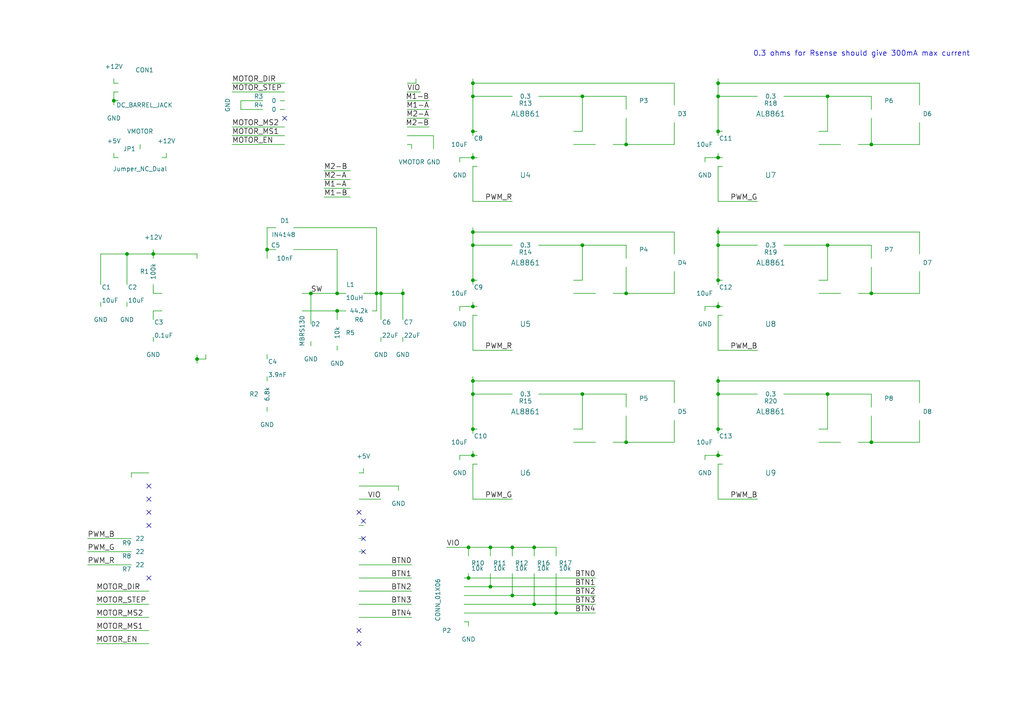
<source format=kicad_sch>
(kicad_sch (version 20230121) (generator eeschema)
  (paper "A4")
  (title_block (title "bigleddriver") (date "2019-03-21") (rev "0.1") (company "WWC"))
  (lib_symbols)
  (junction (at 90.17 85.09))
  (junction (at 137.16 124.46))
  (junction (at 208.28 124.46))
  (junction (at 208.28 24.13))
  (junction (at 97.79 85.09))
  (junction (at 137.16 24.13))
  (junction (at 208.28 38.1))
  (junction (at 208.28 88.9))
  (junction (at 168.91 27.94))
  (junction (at 137.16 27.94))
  (junction (at 137.16 38.1))
  (junction (at 142.24 170.18))
  (junction (at 137.16 88.9))
  (junction (at 181.61 85.09))
  (junction (at 252.73 85.09))
  (junction (at 208.28 67.31))
  (junction (at 148.59 158.75))
  (junction (at 135.89 158.75))
  (junction (at 240.03 71.12))
  (junction (at 208.28 71.12))
  (junction (at 181.61 128.27))
  (junction (at 181.61 41.91))
  (junction (at 116.84 85.09))
  (junction (at 240.03 27.94))
  (junction (at 208.28 45.72))
  (junction (at 57.15 104.14))
  (junction (at 36.83 73.66))
  (junction (at 154.94 158.75))
  (junction (at 109.22 85.09))
  (junction (at 137.16 67.31))
  (junction (at 44.45 73.66))
  (junction (at 168.91 114.3))
  (junction (at 208.28 81.28))
  (junction (at 137.16 132.08))
  (junction (at 148.59 172.72))
  (junction (at 252.73 128.27))
  (junction (at 137.16 114.3))
  (junction (at 161.29 177.8))
  (junction (at 252.73 41.91))
  (junction (at 240.03 114.3))
  (junction (at 137.16 45.72))
  (junction (at 208.28 132.08))
  (junction (at 135.89 167.64))
  (junction (at 142.24 158.75))
  (junction (at 208.28 114.3))
  (junction (at 33.02 29.21))
  (junction (at 97.79 90.17))
  (junction (at 208.28 27.94))
  (junction (at 208.28 110.49))
  (junction (at 137.16 71.12))
  (junction (at 168.91 71.12))
  (junction (at 154.94 175.26))
  (junction (at 110.49 85.09))
  (junction (at 77.47 72.39))
  (junction (at 137.16 81.28))
  (junction (at 137.16 110.49))
  (no_connect (at 43.18 140.97))
  (no_connect (at 105.41 151.13))
  (no_connect (at 43.18 167.64))
  (no_connect (at 82.55 34.29))
  (no_connect (at 104.14 148.59))
  (no_connect (at 104.14 186.69))
  (no_connect (at 105.41 156.21))
  (no_connect (at 43.18 148.59))
  (no_connect (at 105.41 160.02))
  (no_connect (at 43.18 144.78))
  (no_connect (at 104.14 182.88))
  (no_connect (at 43.18 152.4))
  (wire (pts (xy 104.14 160.02) (xy 105.41 160.02)))
  (wire (pts (xy 266.7 41.91) (xy 266.7 35.56)))
  (wire (pts (xy 133.35 132.08) (xy 137.16 132.08)))
  (wire (pts (xy 252.73 120.65) (xy 252.73 128.27)))
  (wire (pts (xy 38.1 137.16) (xy 38.1 138.43)))
  (wire (pts (xy 156.21 27.94) (xy 168.91 27.94)))
  (wire (pts (xy 101.6 57.15) (xy 93.98 57.15)))
  (wire (pts (xy 137.16 132.08) (xy 138.43 132.08)))
  (wire (pts (xy 77.47 72.39) (xy 77.47 74.93)))
  (wire (pts (xy 137.16 66.04) (xy 137.16 67.31)))
  (wire (pts (xy 181.61 27.94) (xy 181.61 31.75)))
  (wire (pts (xy 134.62 180.34) (xy 135.89 180.34)))
  (wire (pts (xy 69.85 29.21) (xy 76.2 29.21)))
  (wire (pts (xy 137.16 71.12) (xy 137.16 81.28)))
  (wire (pts (xy 240.03 71.12) (xy 240.03 81.28)))
  (wire (pts (xy 57.15 104.14) (xy 57.15 105.41)))
  (wire (pts (xy 204.47 45.72) (xy 208.28 45.72)))
  (wire (pts (xy 181.61 41.91) (xy 195.58 41.91)))
  (wire (pts (xy 154.94 166.37) (xy 154.94 175.26)))
  (wire (pts (xy 181.61 85.09) (xy 195.58 85.09)))
  (wire (pts (xy 168.91 27.94) (xy 181.61 27.94)))
  (wire (pts (xy 138.43 91.44) (xy 137.16 91.44)))
  (wire (pts (xy 44.45 85.09) (xy 44.45 82.55)))
  (wire (pts (xy 116.84 83.82) (xy 116.84 85.09)))
  (wire (pts (xy 43.18 175.26) (xy 27.94 175.26)))
  (wire (pts (xy 85.09 72.39) (xy 97.79 72.39)))
  (wire (pts (xy 208.28 22.86) (xy 208.28 24.13)))
  (wire (pts (xy 204.47 46.99) (xy 204.47 45.72)))
  (wire (pts (xy 137.16 27.94) (xy 137.16 38.1)))
  (wire (pts (xy 161.29 177.8) (xy 172.72 177.8)))
  (wire (pts (xy 208.28 48.26) (xy 208.28 58.42)))
  (wire (pts (xy 36.83 73.66) (xy 44.45 73.66)))
  (wire (pts (xy 208.28 81.28) (xy 208.28 82.55)))
  (wire (pts (xy 161.29 158.75) (xy 161.29 161.29)))
  (wire (pts (xy 134.62 170.18) (xy 142.24 170.18)))
  (wire (pts (xy 115.57 140.97) (xy 115.57 142.24)))
  (wire (pts (xy 97.79 72.39) (xy 97.79 85.09)))
  (wire (pts (xy 135.89 158.75) (xy 142.24 158.75)))
  (wire (pts (xy 208.28 101.6) (xy 219.71 101.6)))
  (wire (pts (xy 57.15 102.87) (xy 57.15 104.14)))
  (wire (pts (xy 97.79 85.09) (xy 100.33 85.09)))
  (wire (pts (xy 105.41 137.16) (xy 104.14 137.16)))
  (wire (pts (xy 134.62 172.72) (xy 148.59 172.72)))
  (wire (pts (xy 137.16 124.46) (xy 137.16 125.73)))
  (wire (pts (xy 137.16 91.44) (xy 137.16 101.6)))
  (wire (pts (xy 266.7 110.49) (xy 266.7 116.84)))
  (wire (pts (xy 119.38 41.91) (xy 119.38 43.18)))
  (wire (pts (xy 208.28 67.31) (xy 266.7 67.31)))
  (wire (pts (xy 227.33 71.12) (xy 240.03 71.12)))
  (wire (pts (xy 195.58 110.49) (xy 195.58 116.84)))
  (wire (pts (xy 133.35 90.17) (xy 133.35 88.9)))
  (wire (pts (xy 156.21 114.3) (xy 168.91 114.3)))
  (wire (pts (xy 116.84 99.06) (xy 116.84 97.79)))
  (wire (pts (xy 208.28 27.94) (xy 208.28 38.1)))
  (wire (pts (xy 161.29 166.37) (xy 161.29 177.8)))
  (wire (pts (xy 208.28 24.13) (xy 266.7 24.13)))
  (wire (pts (xy 208.28 132.08) (xy 209.55 132.08)))
  (wire (pts (xy 137.16 101.6) (xy 148.59 101.6)))
  (wire (pts (xy 110.49 92.71) (xy 110.49 85.09)))
  (wire (pts (xy 137.16 71.12) (xy 148.59 71.12)))
  (wire (pts (xy 135.89 158.75) (xy 135.89 161.29)))
  (wire (pts (xy 29.21 73.66) (xy 29.21 82.55)))
  (wire (pts (xy 208.28 71.12) (xy 208.28 81.28)))
  (wire (pts (xy 204.47 133.35) (xy 204.47 132.08)))
  (wire (pts (xy 195.58 24.13) (xy 195.58 30.48)))
  (wire (pts (xy 118.11 26.67) (xy 121.92 26.67)))
  (wire (pts (xy 177.8 41.91) (xy 181.61 41.91)))
  (wire (pts (xy 137.16 109.22) (xy 137.16 110.49)))
  (wire (pts (xy 33.02 29.21) (xy 33.02 30.48)))
  (wire (pts (xy 168.91 114.3) (xy 168.91 124.46)))
  (wire (pts (xy 266.7 24.13) (xy 266.7 30.48)))
  (wire (pts (xy 137.16 67.31) (xy 137.16 71.12)))
  (wire (pts (xy 34.29 29.21) (xy 33.02 29.21)))
  (wire (pts (xy 208.28 91.44) (xy 208.28 101.6)))
  (wire (pts (xy 118.11 29.21) (xy 124.46 29.21)))
  (wire (pts (xy 81.28 29.21) (xy 82.55 29.21)))
  (wire (pts (xy 27.94 182.88) (xy 43.18 182.88)))
  (wire (pts (xy 137.16 24.13) (xy 195.58 24.13)))
  (wire (pts (xy 135.89 167.64) (xy 172.72 167.64)))
  (wire (pts (xy 77.47 110.49) (xy 77.47 109.22)))
  (wire (pts (xy 109.22 85.09) (xy 109.22 90.17)))
  (wire (pts (xy 48.26 45.72) (xy 48.26 44.45)))
  (wire (pts (xy 33.02 22.86) (xy 33.02 24.13)))
  (wire (pts (xy 181.61 34.29) (xy 181.61 41.91)))
  (wire (pts (xy 134.62 167.64) (xy 135.89 167.64)))
  (wire (pts (xy 29.21 88.9) (xy 29.21 87.63)))
  (wire (pts (xy 208.28 109.22) (xy 208.28 110.49)))
  (wire (pts (xy 97.79 90.17) (xy 100.33 90.17)))
  (wire (pts (xy 119.38 179.07) (xy 104.14 179.07)))
  (wire (pts (xy 142.24 158.75) (xy 142.24 161.29)))
  (wire (pts (xy 248.92 41.91) (xy 252.73 41.91)))
  (wire (pts (xy 208.28 45.72) (xy 209.55 45.72)))
  (wire (pts (xy 46.99 90.17) (xy 44.45 90.17)))
  (wire (pts (xy 252.73 77.47) (xy 252.73 85.09)))
  (wire (pts (xy 118.11 41.91) (xy 119.38 41.91)))
  (wire (pts (xy 208.28 88.9) (xy 209.55 88.9)))
  (wire (pts (xy 240.03 38.1) (xy 237.49 38.1)))
  (wire (pts (xy 137.16 124.46) (xy 138.43 124.46)))
  (wire (pts (xy 44.45 72.39) (xy 44.45 73.66)))
  (wire (pts (xy 97.79 90.17) (xy 97.79 92.71)))
  (wire (pts (xy 85.09 66.04) (xy 109.22 66.04)))
  (wire (pts (xy 137.16 58.42) (xy 148.59 58.42)))
  (wire (pts (xy 204.47 132.08) (xy 208.28 132.08)))
  (wire (pts (xy 227.33 27.94) (xy 240.03 27.94)))
  (wire (pts (xy 44.45 90.17) (xy 44.45 92.71)))
  (wire (pts (xy 154.94 158.75) (xy 154.94 161.29)))
  (wire (pts (xy 168.91 27.94) (xy 168.91 38.1)))
  (wire (pts (xy 208.28 67.31) (xy 208.28 71.12)))
  (wire (pts (xy 67.31 26.67) (xy 82.55 26.67)))
  (wire (pts (xy 77.47 119.38) (xy 77.47 118.11)))
  (wire (pts (xy 137.16 87.63) (xy 137.16 88.9)))
  (wire (pts (xy 33.02 44.45) (xy 33.02 45.72)))
  (wire (pts (xy 208.28 114.3) (xy 208.28 124.46)))
  (wire (pts (xy 166.37 85.09) (xy 172.72 85.09)))
  (wire (pts (xy 33.02 26.67) (xy 33.02 29.21)))
  (wire (pts (xy 137.16 144.78) (xy 148.59 144.78)))
  (wire (pts (xy 82.55 39.37) (xy 67.31 39.37)))
  (wire (pts (xy 240.03 114.3) (xy 252.73 114.3)))
  (wire (pts (xy 38.1 163.83) (xy 25.4 163.83)))
  (wire (pts (xy 118.11 31.75) (xy 124.46 31.75)))
  (wire (pts (xy 168.91 81.28) (xy 166.37 81.28)))
  (wire (pts (xy 208.28 110.49) (xy 266.7 110.49)))
  (wire (pts (xy 133.35 46.99) (xy 133.35 45.72)))
  (wire (pts (xy 133.35 88.9) (xy 137.16 88.9)))
  (wire (pts (xy 82.55 36.83) (xy 67.31 36.83)))
  (wire (pts (xy 240.03 71.12) (xy 252.73 71.12)))
  (wire (pts (xy 69.85 29.21) (xy 69.85 31.75)))
  (wire (pts (xy 240.03 124.46) (xy 237.49 124.46)))
  (wire (pts (xy 208.28 66.04) (xy 208.28 67.31)))
  (wire (pts (xy 134.62 177.8) (xy 161.29 177.8)))
  (wire (pts (xy 168.91 124.46) (xy 166.37 124.46)))
  (wire (pts (xy 137.16 45.72) (xy 138.43 45.72)))
  (wire (pts (xy 77.47 72.39) (xy 80.01 72.39)))
  (wire (pts (xy 204.47 88.9) (xy 208.28 88.9)))
  (wire (pts (xy 137.16 81.28) (xy 138.43 81.28)))
  (wire (pts (xy 266.7 67.31) (xy 266.7 73.66)))
  (wire (pts (xy 87.63 85.09) (xy 90.17 85.09)))
  (wire (pts (xy 57.15 73.66) (xy 57.15 74.93)))
  (wire (pts (xy 87.63 90.17) (xy 97.79 90.17)))
  (wire (pts (xy 181.61 71.12) (xy 181.61 74.93)))
  (wire (pts (xy 195.58 41.91) (xy 195.58 35.56)))
  (wire (pts (xy 195.58 67.31) (xy 195.58 73.66)))
  (wire (pts (xy 137.16 38.1) (xy 137.16 39.37)))
  (wire (pts (xy 69.85 31.75) (xy 76.2 31.75)))
  (wire (pts (xy 104.14 152.4) (xy 105.41 152.4)))
  (wire (pts (xy 137.16 27.94) (xy 148.59 27.94)))
  (wire (pts (xy 208.28 114.3) (xy 219.71 114.3)))
  (wire (pts (xy 133.35 45.72) (xy 137.16 45.72)))
  (wire (pts (xy 137.16 88.9) (xy 138.43 88.9)))
  (wire (pts (xy 137.16 38.1) (xy 138.43 38.1)))
  (wire (pts (xy 266.7 128.27) (xy 266.7 121.92)))
  (wire (pts (xy 29.21 73.66) (xy 36.83 73.66)))
  (wire (pts (xy 116.84 85.09) (xy 116.84 92.71)))
  (wire (pts (xy 142.24 166.37) (xy 142.24 170.18)))
  (wire (pts (xy 137.16 114.3) (xy 137.16 124.46)))
  (wire (pts (xy 168.91 38.1) (xy 166.37 38.1)))
  (wire (pts (xy 195.58 85.09) (xy 195.58 78.74)))
  (wire (pts (xy 208.28 27.94) (xy 219.71 27.94)))
  (wire (pts (xy 110.49 85.09) (xy 116.84 85.09)))
  (wire (pts (xy 46.99 85.09) (xy 44.45 85.09)))
  (wire (pts (xy 109.22 85.09) (xy 110.49 85.09)))
  (wire (pts (xy 82.55 31.75) (xy 81.28 31.75)))
  (wire (pts (xy 148.59 166.37) (xy 148.59 172.72)))
  (wire (pts (xy 104.14 140.97) (xy 115.57 140.97)))
  (wire (pts (xy 137.16 114.3) (xy 148.59 114.3)))
  (wire (pts (xy 77.47 66.04) (xy 77.47 72.39)))
  (wire (pts (xy 80.01 66.04) (xy 77.47 66.04)))
  (wire (pts (xy 252.73 114.3) (xy 252.73 118.11)))
  (wire (pts (xy 181.61 120.65) (xy 181.61 128.27)))
  (wire (pts (xy 166.37 41.91) (xy 172.72 41.91)))
  (wire (pts (xy 204.47 90.17) (xy 204.47 88.9)))
  (wire (pts (xy 237.49 128.27) (xy 243.84 128.27)))
  (wire (pts (xy 208.28 71.12) (xy 219.71 71.12)))
  (wire (pts (xy 43.18 137.16) (xy 38.1 137.16)))
  (wire (pts (xy 90.17 85.09) (xy 97.79 85.09)))
  (wire (pts (xy 237.49 85.09) (xy 243.84 85.09)))
  (wire (pts (xy 97.79 101.6) (xy 97.79 100.33)))
  (wire (pts (xy 135.89 166.37) (xy 135.89 167.64)))
  (wire (pts (xy 36.83 88.9) (xy 36.83 87.63)))
  (wire (pts (xy 36.83 82.55) (xy 36.83 73.66)))
  (wire (pts (xy 208.28 134.62) (xy 208.28 144.78)))
  (wire (pts (xy 118.11 36.83) (xy 124.46 36.83)))
  (wire (pts (xy 119.38 171.45) (xy 104.14 171.45)))
  (wire (pts (xy 138.43 48.26) (xy 137.16 48.26)))
  (wire (pts (xy 181.61 77.47) (xy 181.61 85.09)))
  (wire (pts (xy 148.59 158.75) (xy 154.94 158.75)))
  (wire (pts (xy 252.73 27.94) (xy 252.73 31.75)))
  (wire (pts (xy 240.03 81.28) (xy 237.49 81.28)))
  (wire (pts (xy 133.35 133.35) (xy 133.35 132.08)))
  (wire (pts (xy 208.28 144.78) (xy 219.71 144.78)))
  (wire (pts (xy 137.16 110.49) (xy 195.58 110.49)))
  (wire (pts (xy 208.28 38.1) (xy 208.28 39.37)))
  (wire (pts (xy 252.73 34.29) (xy 252.73 41.91)))
  (wire (pts (xy 266.7 85.09) (xy 266.7 78.74)))
  (wire (pts (xy 27.94 186.69) (xy 43.18 186.69)))
  (wire (pts (xy 208.28 81.28) (xy 209.55 81.28)))
  (wire (pts (xy 248.92 128.27) (xy 252.73 128.27)))
  (wire (pts (xy 208.28 24.13) (xy 208.28 27.94)))
  (wire (pts (xy 67.31 41.91) (xy 82.55 41.91)))
  (wire (pts (xy 142.24 170.18) (xy 172.72 170.18)))
  (wire (pts (xy 252.73 85.09) (xy 266.7 85.09)))
  (wire (pts (xy 240.03 114.3) (xy 240.03 124.46)))
  (wire (pts (xy 44.45 73.66) (xy 57.15 73.66)))
  (wire (pts (xy 168.91 71.12) (xy 168.91 81.28)))
  (wire (pts (xy 137.16 130.81) (xy 137.16 132.08)))
  (wire (pts (xy 137.16 134.62) (xy 137.16 144.78)))
  (wire (pts (xy 177.8 85.09) (xy 181.61 85.09)))
  (wire (pts (xy 154.94 175.26) (xy 172.72 175.26)))
  (wire (pts (xy 118.11 24.13) (xy 120.65 24.13)))
  (wire (pts (xy 208.28 110.49) (xy 208.28 114.3)))
  (wire (pts (xy 208.28 124.46) (xy 209.55 124.46)))
  (wire (pts (xy 208.28 130.81) (xy 208.28 132.08)))
  (wire (pts (xy 119.38 175.26) (xy 104.14 175.26)))
  (wire (pts (xy 101.6 52.07) (xy 93.98 52.07)))
  (wire (pts (xy 109.22 90.17) (xy 107.95 90.17)))
  (wire (pts (xy 209.55 48.26) (xy 208.28 48.26)))
  (wire (pts (xy 252.73 128.27) (xy 266.7 128.27)))
  (wire (pts (xy 208.28 38.1) (xy 209.55 38.1)))
  (wire (pts (xy 156.21 71.12) (xy 168.91 71.12)))
  (wire (pts (xy 120.65 24.13) (xy 120.65 22.86)))
  (wire (pts (xy 148.59 158.75) (xy 148.59 161.29)))
  (wire (pts (xy 252.73 41.91) (xy 266.7 41.91)))
  (wire (pts (xy 134.62 175.26) (xy 154.94 175.26)))
  (wire (pts (xy 166.37 128.27) (xy 172.72 128.27)))
  (wire (pts (xy 57.15 104.14) (xy 59.69 104.14)))
  (wire (pts (xy 168.91 114.3) (xy 181.61 114.3)))
  (wire (pts (xy 101.6 54.61) (xy 93.98 54.61)))
  (wire (pts (xy 208.28 87.63) (xy 208.28 88.9)))
  (wire (pts (xy 240.03 27.94) (xy 240.03 38.1)))
  (wire (pts (xy 181.61 128.27) (xy 195.58 128.27)))
  (wire (pts (xy 77.47 104.14) (xy 77.47 102.87)))
  (wire (pts (xy 138.43 134.62) (xy 137.16 134.62)))
  (wire (pts (xy 27.94 171.45) (xy 43.18 171.45)))
  (wire (pts (xy 195.58 128.27) (xy 195.58 121.92)))
  (wire (pts (xy 104.14 156.21) (xy 105.41 156.21)))
  (wire (pts (xy 137.16 22.86) (xy 137.16 24.13)))
  (wire (pts (xy 252.73 71.12) (xy 252.73 74.93)))
  (wire (pts (xy 104.14 144.78) (xy 110.49 144.78)))
  (wire (pts (xy 90.17 100.33) (xy 90.17 99.06)))
  (wire (pts (xy 248.92 85.09) (xy 252.73 85.09)))
  (wire (pts (xy 137.16 24.13) (xy 137.16 27.94)))
  (wire (pts (xy 101.6 49.53) (xy 93.98 49.53)))
  (wire (pts (xy 59.69 104.14) (xy 59.69 102.87)))
  (wire (pts (xy 177.8 128.27) (xy 181.61 128.27)))
  (wire (pts (xy 237.49 41.91) (xy 243.84 41.91)))
  (wire (pts (xy 208.28 44.45) (xy 208.28 45.72)))
  (wire (pts (xy 119.38 163.83) (xy 104.14 163.83)))
  (wire (pts (xy 109.22 66.04) (xy 109.22 85.09)))
  (wire (pts (xy 118.11 34.29) (xy 124.46 34.29)))
  (wire (pts (xy 119.38 167.64) (xy 104.14 167.64)))
  (wire (pts (xy 118.11 39.37) (xy 125.73 39.37)))
  (wire (pts (xy 168.91 71.12) (xy 181.61 71.12)))
  (wire (pts (xy 44.45 73.66) (xy 44.45 74.93)))
  (wire (pts (xy 43.18 179.07) (xy 27.94 179.07)))
  (wire (pts (xy 209.55 134.62) (xy 208.28 134.62)))
  (wire (pts (xy 46.99 45.72) (xy 48.26 45.72)))
  (wire (pts (xy 34.29 26.67) (xy 33.02 26.67)))
  (wire (pts (xy 137.16 110.49) (xy 137.16 114.3)))
  (wire (pts (xy 208.28 124.46) (xy 208.28 125.73)))
  (wire (pts (xy 105.41 135.89) (xy 105.41 137.16)))
  (wire (pts (xy 148.59 172.72) (xy 172.72 172.72)))
  (wire (pts (xy 105.41 85.09) (xy 109.22 85.09)))
  (wire (pts (xy 135.89 180.34) (xy 135.89 181.61)))
  (wire (pts (xy 129.54 158.75) (xy 135.89 158.75)))
  (wire (pts (xy 44.45 99.06) (xy 44.45 97.79)))
  (wire (pts (xy 209.55 91.44) (xy 208.28 91.44)))
  (wire (pts (xy 67.31 24.13) (xy 82.55 24.13)))
  (wire (pts (xy 38.1 156.21) (xy 25.4 156.21)))
  (wire (pts (xy 38.1 160.02) (xy 25.4 160.02)))
  (wire (pts (xy 137.16 48.26) (xy 137.16 58.42)))
  (wire (pts (xy 227.33 114.3) (xy 240.03 114.3)))
  (wire (pts (xy 137.16 81.28) (xy 137.16 82.55)))
  (wire (pts (xy 33.02 24.13) (xy 34.29 24.13)))
  (wire (pts (xy 181.61 114.3) (xy 181.61 118.11)))
  (wire (pts (xy 208.28 58.42) (xy 219.71 58.42)))
  (wire (pts (xy 125.73 39.37) (xy 125.73 43.18)))
  (wire (pts (xy 110.49 99.06) (xy 110.49 97.79)))
  (wire (pts (xy 33.02 45.72) (xy 34.29 45.72)))
  (wire (pts (xy 40.64 41.91) (xy 40.64 43.18)))
  (wire (pts (xy 90.17 93.98) (xy 90.17 85.09)))
  (wire (pts (xy 137.16 44.45) (xy 137.16 45.72)))
  (wire (pts (xy 142.24 158.75) (xy 148.59 158.75)))
  (wire (pts (xy 154.94 158.75) (xy 161.29 158.75)))
  (wire (pts (xy 137.16 67.31) (xy 195.58 67.31)))
  (wire (pts (xy 240.03 27.94) (xy 252.73 27.94)))
  (text "0.3 ohms for Rsense should give 300mA max current" (at 218.44 16.51 0) (effects (font (size 1.524 1.524)) (justify left bottom)))
  (label "VIO" (at 110.49 144.78 180) (effects (font (size 1.524 1.524))))
  (label "BTN0" (at 119.38 163.83 180) (effects (font (size 1.524 1.524))))
  (label "MOTOR_EN" (at 27.94 186.69 0) (effects (font (size 1.524 1.524))))
  (label "MOTOR_STEP" (at 67.31 26.67 0) (effects (font (size 1.524 1.524))))
  (label "PWM_B" (at 25.4 156.21 0) (effects (font (size 1.524 1.524))))
  (label "M2-B" (at 124.46 36.83 180) (effects (font (size 1.524 1.524))))
  (label "BTN2" (at 172.72 172.72 180) (effects (font (size 1.524 1.524))))
  (label "MOTOR_MS1" (at 67.31 39.37 0) (effects (font (size 1.524 1.524))))
  (label "PWM_B" (at 219.71 144.78 180) (effects (font (size 1.524 1.524))))
  (label "MOTOR_MS2" (at 67.31 36.83 0) (effects (font (size 1.524 1.524))))
  (label "BTN3" (at 119.38 175.26 180) (effects (font (size 1.524 1.524))))
  (label "VIO" (at 121.92 26.67 180) (effects (font (size 1.524 1.524))))
  (label "M1-B" (at 124.46 29.21 180) (effects (font (size 1.524 1.524))))
  (label "PWM_R" (at 148.59 101.6 180) (effects (font (size 1.524 1.524))))
  (label "BTN0" (at 172.72 167.64 180) (effects (font (size 1.524 1.524))))
  (label "PWM_B" (at 219.71 101.6 180) (effects (font (size 1.524 1.524))))
  (label "SW" (at 90.17 85.09 0) (effects (font (size 1.524 1.524))))
  (label "MOTOR_DIR" (at 27.94 171.45 0) (effects (font (size 1.524 1.524))))
  (label "MOTOR_DIR" (at 67.31 24.13 0) (effects (font (size 1.524 1.524))))
  (label "VIO" (at 129.54 158.75 0) (effects (font (size 1.524 1.524))))
  (label "M2-A" (at 124.46 34.29 180) (effects (font (size 1.524 1.524))))
  (label "BTN4" (at 172.72 177.8 180) (effects (font (size 1.524 1.524))))
  (label "BTN4" (at 119.38 179.07 180) (effects (font (size 1.524 1.524))))
  (label "M2-A" (at 93.98 52.07 0) (effects (font (size 1.524 1.524))))
  (label "MOTOR_MS2" (at 27.94 179.07 0) (effects (font (size 1.524 1.524))))
  (label "M1-B" (at 93.98 57.15 0) (effects (font (size 1.524 1.524))))
  (label "PWM_G" (at 219.71 58.42 180) (effects (font (size 1.524 1.524))))
  (label "BTN1" (at 172.72 170.18 180) (effects (font (size 1.524 1.524))))
  (label "M1-A" (at 93.98 54.61 0) (effects (font (size 1.524 1.524))))
  (label "M2-B" (at 93.98 49.53 0) (effects (font (size 1.524 1.524))))
  (label "M1-A" (at 124.46 31.75 180) (effects (font (size 1.524 1.524))))
  (label "BTN3" (at 172.72 175.26 180) (effects (font (size 1.524 1.524))))
  (label "BTN2" (at 119.38 171.45 180) (effects (font (size 1.524 1.524))))
  (label "MOTOR_MS1" (at 27.94 182.88 0) (effects (font (size 1.524 1.524))))
  (label "PWM_G" (at 148.59 144.78 180) (effects (font (size 1.524 1.524))))
  (label "PWM_G" (at 25.4 160.02 0) (effects (font (size 1.524 1.524))))
  (label "PWM_R" (at 148.59 58.42 180) (effects (font (size 1.524 1.524))))
  (label "BTN1" (at 119.38 167.64 180) (effects (font (size 1.524 1.524))))
  (label "MOTOR_STEP" (at 27.94 175.26 0) (effects (font (size 1.524 1.524))))
  (label "MOTOR_EN" (at 67.31 41.91 0) (effects (font (size 1.524 1.524))))
  (label "PWM_R" (at 25.4 163.83 0) (effects (font (size 1.524 1.524))))
  (symbol (lib_id "TEENSY_3.2") (at 73.66 161.29 0) (unit 1)
    (property "Reference" "U2" (at 73.66 193.04 0) (effects (font (size 1.524 1.524))))
    (property "Value" "TEENSY_3.2" (at 73.66 130.81 0) (effects (font (size 1.524 1.524))))
    (property "Footprint" "NQBit:TEENSY_3.2" (effects hide))
    (property "Digi-Key Part Number" "1528-2385-ND" (effects hide))
  )
  (symbol (lib_id "STEP_STICK_TMC2208") (at 100.33 33.02 0) (unit 1)
    (property "Reference" "U3" (at 100.33 22.86 0) (effects (font (size 1.524 1.524))))
    (property "Value" "STEP_STICK_TMC2208" (at 100.33 19.05 0) (effects (font (size 1.524 1.524))))
    (property "Footprint" "NQBit:TMC2208_SILENTSTEPSTICK" (effects hide))
    (property "Digi-Key Part Number" "1460-1201-ND" (effects hide))
  )
  (symbol (lib_id "L_Small") (at 246.38 41.91 90) (unit 1)
    (property "Reference" "L5" (at 246.38 39.37 90) (effects (justify left)))
    (property "Value" "100uH" (at 248.92 43.18 90) (effects (justify left)))
    (property "Footprint" "Inductors:Inductor_Wurth_HCI-1030" (effects hide))
    (property "Digi-Key Part Number" "732-1199-1-ND" (effects hide))
  )
  (symbol (lib_id "D_Zener_Small_ALT") (at 266.7 33.02 270) (unit 1)
    (property "Reference" "D6" (at 268.986 33.02 90))
    (property "Value" "1N5819" (effects hide))
    (property "Footprint" "Diodes_SMD:SOD-123" (effects hide))
  )
  (symbol (lib_id "R") (at 223.52 27.94 270) (unit 1)
    (property "Reference" "R18" (at 223.52 29.972 90))
    (property "Value" "0.3" (at 223.52 27.94 90))
    (property "Footprint" "Resistors_SMD:R_2512_HandSoldering" (effects hide))
    (property "Digi-Key Part Number" "311-0.3TCT-ND" (effects hide))
  )
  (symbol (lib_id "+12V") (at 208.28 22.86 0) (unit 1)
    (property "Reference" "#PWR01" (effects hide))
    (property "Value" "+12V" (at 208.28 19.304 0))
    (property "Digi-Key Part Number" "AL8861WT-7DICT-ND" (effects hide))
  )
  (symbol (lib_id "AL8861") (at 223.52 40.64 0) (unit 1)
    (property "Reference" "U7" (at 223.52 50.8 0) (effects (font (size 1.524 1.524))))
    (property "Value" "AL8861" (at 223.52 33.02 0) (effects (font (size 1.524 1.524))))
    (property "Footprint" "TO_SOT_Packages_SMD:SOT-23-5" (effects hide))
    (property "Digi-Key Part Number" "AL8861WT-7DICT-ND" (effects hide))
  )
  (symbol (lib_id "CONN_01X02") (at 257.81 33.02 0) (unit 1)
    (property "Reference" "P6" (at 257.81 29.21 0))
    (property "Value" "CONN_01X02" (effects hide))
    (property "Footprint" "Connectors_Phoenix:PhoenixContact_MSTBA-G_02x5.00mm_Angled" (effects hide))
    (property "Digi-Key Part Number" "277-1117-ND" (effects hide))
  )
  (symbol (lib_id "GND") (at 204.47 46.99 0) (unit 1)
    (property "Reference" "#PWR02" (effects hide))
    (property "Value" "GND" (at 204.47 50.8 0))
    (property "Digi-Key Part Number" "AL8861WT-7DICT-ND" (effects hide))
  )
  (symbol (lib_id "L_Small") (at 246.38 85.09 90) (unit 1)
    (property "Reference" "L6" (at 246.38 82.55 90) (effects (justify left)))
    (property "Value" "100uH" (at 248.92 86.36 90) (effects (justify left)))
    (property "Footprint" "Inductors:Inductor_Wurth_HCI-1030" (effects hide))
    (property "Digi-Key Part Number" "732-1199-1-ND" (effects hide))
  )
  (symbol (lib_id "D_Zener_Small_ALT") (at 266.7 76.2 270) (unit 1)
    (property "Reference" "D7" (at 268.986 76.2 90))
    (property "Value" "1N5819" (effects hide))
    (property "Footprint" "Diodes_SMD:SOD-123" (effects hide))
  )
  (symbol (lib_id "R") (at 223.52 71.12 270) (unit 1)
    (property "Reference" "R19" (at 223.52 73.152 90))
    (property "Value" "0.3" (at 223.52 71.12 90))
    (property "Footprint" "Resistors_SMD:R_2512_HandSoldering" (effects hide))
    (property "Digi-Key Part Number" "311-0.3TCT-ND" (effects hide))
  )
  (symbol (lib_id "+12V") (at 208.28 66.04 0) (unit 1)
    (property "Reference" "#PWR04" (effects hide))
    (property "Value" "+12V" (at 208.28 62.484 0))
    (property "Digi-Key Part Number" "AL8861WT-7DICT-ND" (effects hide))
  )
  (symbol (lib_id "AL8861") (at 223.52 83.82 0) (unit 1)
    (property "Reference" "U8" (at 223.52 93.98 0) (effects (font (size 1.524 1.524))))
    (property "Value" "AL8861" (at 223.52 76.2 0) (effects (font (size 1.524 1.524))))
    (property "Footprint" "TO_SOT_Packages_SMD:SOT-23-5" (effects hide))
    (property "Digi-Key Part Number" "AL8861WT-7DICT-ND" (effects hide))
  )
  (symbol (lib_id "CONN_01X02") (at 257.81 76.2 0) (unit 1)
    (property "Reference" "P7" (at 257.81 72.39 0))
    (property "Value" "CONN_01X02" (effects hide))
    (property "Footprint" "Connectors_Phoenix:PhoenixContact_MSTBA-G_02x5.00mm_Angled" (effects hide))
    (property "Digi-Key Part Number" "277-1117-ND" (effects hide))
  )
  (symbol (lib_id "GND") (at 204.47 90.17 0) (unit 1)
    (property "Reference" "#PWR03" (effects hide))
    (property "Value" "GND" (at 204.47 93.98 0))
    (property "Digi-Key Part Number" "AL8861WT-7DICT-ND" (effects hide))
  )
  (symbol (lib_id "GND") (at 204.47 133.35 0) (unit 1)
    (property "Reference" "#PWR05" (effects hide))
    (property "Value" "GND" (at 204.47 137.16 0))
    (property "Digi-Key Part Number" "AL8861WT-7DICT-ND" (effects hide))
  )
  (symbol (lib_id "CONN_01X02") (at 257.81 119.38 0) (unit 1)
    (property "Reference" "P8" (at 257.81 115.57 0))
    (property "Value" "CONN_01X02" (effects hide))
    (property "Footprint" "Connectors_Phoenix:PhoenixContact_MSTBA-G_02x5.00mm_Angled" (effects hide))
    (property "Digi-Key Part Number" "277-1117-ND" (effects hide))
  )
  (symbol (lib_id "AL8861") (at 223.52 127 0) (unit 1)
    (property "Reference" "U9" (at 223.52 137.16 0) (effects (font (size 1.524 1.524))))
    (property "Value" "AL8861" (at 223.52 119.38 0) (effects (font (size 1.524 1.524))))
    (property "Footprint" "TO_SOT_Packages_SMD:SOT-23-5" (effects hide))
    (property "Digi-Key Part Number" "AL8861WT-7DICT-ND" (effects hide))
  )
  (symbol (lib_id "+12V") (at 208.28 109.22 0) (unit 1)
    (property "Reference" "#PWR06" (effects hide))
    (property "Value" "+12V" (at 208.28 105.664 0))
    (property "Digi-Key Part Number" "AL8861WT-7DICT-ND" (effects hide))
  )
  (symbol (lib_id "R") (at 223.52 114.3 270) (unit 1)
    (property "Reference" "R20" (at 223.52 116.332 90))
    (property "Value" "0.3" (at 223.52 114.3 90))
    (property "Footprint" "Resistors_SMD:R_2512_HandSoldering" (effects hide))
    (property "Digi-Key Part Number" "311-0.3TCT-ND" (effects hide))
  )
  (symbol (lib_id "D_Zener_Small_ALT") (at 266.7 119.38 270) (unit 1)
    (property "Reference" "D8" (at 268.986 119.38 90))
    (property "Value" "1N5819" (effects hide))
    (property "Footprint" "Diodes_SMD:SOD-123" (effects hide))
  )
  (symbol (lib_id "L_Small") (at 246.38 128.27 90) (unit 1)
    (property "Reference" "L7" (at 246.38 125.73 90) (effects (justify left)))
    (property "Value" "100uH" (at 248.92 129.54 90) (effects (justify left)))
    (property "Footprint" "Inductors:Inductor_Wurth_HCI-1030" (effects hide))
    (property "Digi-Key Part Number" "732-1199-1-ND" (effects hide))
  )
  (symbol (lib_id "L_Small") (at 175.26 41.91 90) (unit 1)
    (property "Reference" "L2" (at 175.26 39.37 90) (effects (justify left)))
    (property "Value" "100uH" (at 177.8 43.18 90) (effects (justify left)))
    (property "Footprint" "Inductors:Inductor_Wurth_HCI-1030" (effects hide))
    (property "Digi-Key Part Number" "732-1199-1-ND" (effects hide))
  )
  (symbol (lib_id "D_Zener_Small_ALT") (at 195.58 33.02 270) (unit 1)
    (property "Reference" "D3" (at 197.866 33.02 90))
    (property "Value" "1N5819" (effects hide))
    (property "Footprint" "Diodes_SMD:SOD-123" (effects hide))
  )
  (symbol (lib_id "R") (at 152.4 27.94 270) (unit 1)
    (property "Reference" "R13" (at 152.4 29.972 90))
    (property "Value" "0.3" (at 152.4 27.94 90))
    (property "Footprint" "Resistors_SMD:R_2512_HandSoldering" (effects hide))
    (property "Digi-Key Part Number" "311-0.3TCT-ND" (effects hide))
  )
  (symbol (lib_id "+12V") (at 137.16 22.86 0) (unit 1)
    (property "Reference" "#PWR07" (effects hide))
    (property "Value" "+12V" (at 137.16 19.304 0))
  )
  (symbol (lib_id "AL8861") (at 152.4 40.64 0) (unit 1)
    (property "Reference" "U4" (at 152.4 50.8 0) (effects (font (size 1.524 1.524))))
    (property "Value" "AL8861" (at 152.4 33.02 0) (effects (font (size 1.524 1.524))))
    (property "Footprint" "TO_SOT_Packages_SMD:SOT-23-5" (effects hide))
    (property "Digi-Key Part Number" "AL8861WT-7DICT-ND" (effects hide))
  )
  (symbol (lib_id "CONN_01X02") (at 186.69 33.02 0) (unit 1)
    (property "Reference" "P3" (at 186.69 29.21 0))
    (property "Value" "CONN_01X02" (effects hide))
    (property "Footprint" "Connectors_Phoenix:PhoenixContact_MSTBA-G_02x5.00mm_Angled" (effects hide))
    (property "Digi-Key Part Number" "277-1117-ND" (effects hide))
  )
  (symbol (lib_id "GND") (at 133.35 46.99 0) (unit 1)
    (property "Reference" "#PWR08" (effects hide))
    (property "Value" "GND" (at 133.35 50.8 0))
  )
  (symbol (lib_id "GND") (at 133.35 90.17 0) (unit 1)
    (property "Reference" "#PWR09" (effects hide))
    (property "Value" "GND" (at 133.35 93.98 0))
    (property "Digi-Key Part Number" "AL8861WT-7DICT-ND" (effects hide))
  )
  (symbol (lib_id "CONN_01X02") (at 186.69 76.2 0) (unit 1)
    (property "Reference" "P4" (at 186.69 72.39 0))
    (property "Value" "CONN_01X02" (effects hide))
    (property "Footprint" "Connectors_Phoenix:PhoenixContact_MSTBA-G_02x5.00mm_Angled" (effects hide))
    (property "Digi-Key Part Number" "277-1117-ND" (effects hide))
  )
  (symbol (lib_id "AL8861") (at 152.4 83.82 0) (unit 1)
    (property "Reference" "U5" (at 152.4 93.98 0) (effects (font (size 1.524 1.524))))
    (property "Value" "AL8861" (at 152.4 76.2 0) (effects (font (size 1.524 1.524))))
    (property "Footprint" "TO_SOT_Packages_SMD:SOT-23-5" (effects hide))
    (property "Digi-Key Part Number" "AL8861WT-7DICT-ND" (effects hide))
  )
  (symbol (lib_id "+12V") (at 137.16 66.04 0) (unit 1)
    (property "Reference" "#PWR010" (effects hide))
    (property "Value" "+12V" (at 137.16 62.484 0))
    (property "Digi-Key Part Number" "AL8861WT-7DICT-ND" (effects hide))
  )
  (symbol (lib_id "R") (at 152.4 71.12 270) (unit 1)
    (property "Reference" "R14" (at 152.4 73.152 90))
    (property "Value" "0.3" (at 152.4 71.12 90))
    (property "Footprint" "Resistors_SMD:R_2512_HandSoldering" (effects hide))
    (property "Digi-Key Part Number" "311-0.3TCT-ND" (effects hide))
  )
  (symbol (lib_id "C_Small") (at 137.16 85.09 0) (unit 1)
    (property "Reference" "C9" (at 137.414 83.312 0) (effects (justify left)))
    (property "Value" "10uF" (at 130.81 85.09 0) (effects (justify left)))
    (property "Footprint" "Capacitors_SMD:C_0805_HandSoldering" (effects hide))
    (property "Digi-Key Part Number" "1276-6455-1-ND" (effects hide))
  )
  (symbol (lib_id "D_Zener_Small_ALT") (at 195.58 76.2 270) (unit 1)
    (property "Reference" "D4" (at 197.866 76.2 90))
    (property "Value" "1N5819" (effects hide))
    (property "Footprint" "Diodes_SMD:SOD-123" (effects hide))
  )
  (symbol (lib_id "L_Small") (at 175.26 85.09 90) (unit 1)
    (property "Reference" "L3" (at 175.26 82.55 90) (effects (justify left)))
    (property "Value" "100uH" (at 177.8 86.36 90) (effects (justify left)))
    (property "Footprint" "Inductors:Inductor_Wurth_HCI-1030" (effects hide))
    (property "Digi-Key Part Number" "732-1199-1-ND" (effects hide))
  )
  (symbol (lib_id "GND") (at 133.35 133.35 0) (unit 1)
    (property "Reference" "#PWR011" (effects hide))
    (property "Value" "GND" (at 133.35 137.16 0))
  )
  (symbol (lib_id "CONN_01X02") (at 186.69 119.38 0) (unit 1)
    (property "Reference" "P5" (at 186.69 115.57 0))
    (property "Value" "CONN_01X02" (effects hide))
    (property "Footprint" "Connectors_Phoenix:PhoenixContact_MSTBA-G_02x5.00mm_Angled" (effects hide))
    (property "Datasheet" "https://www.digikey.com/product-detail/en/phoenix-contact/1757475/277-1117-ND/260485" (effects hide))
    (property "Digi-Key Part Number" "277-1117-ND" (effects hide))
  )
  (symbol (lib_id "AL8861") (at 152.4 127 0) (unit 1)
    (property "Reference" "U6" (at 152.4 137.16 0) (effects (font (size 1.524 1.524))))
    (property "Value" "AL8861" (at 152.4 119.38 0) (effects (font (size 1.524 1.524))))
    (property "Footprint" "TO_SOT_Packages_SMD:SOT-23-5" (effects hide))
    (property "Digi-Key Part Number" "AL8861WT-7DICT-ND" (effects hide))
  )
  (symbol (lib_id "+12V") (at 137.16 109.22 0) (unit 1)
    (property "Reference" "#PWR012" (effects hide))
    (property "Value" "+12V" (at 137.16 105.664 0))
  )
  (symbol (lib_id "R") (at 152.4 114.3 270) (unit 1)
    (property "Reference" "R15" (at 152.4 116.332 90))
    (property "Value" "0.3" (at 152.4 114.3 90))
    (property "Footprint" "Resistors_SMD:R_2512_HandSoldering" (effects hide))
    (property "Digi-Key Part Number" "311-0.3TCT-ND" (effects hide))
  )
  (symbol (lib_id "D_Zener_Small_ALT") (at 195.58 119.38 270) (unit 1)
    (property "Reference" "D5" (at 197.866 119.38 90))
    (property "Value" "1N5819" (effects hide))
    (property "Footprint" "Diodes_SMD:SOD-123" (effects hide))
  )
  (symbol (lib_id "L_Small") (at 175.26 128.27 90) (unit 1)
    (property "Reference" "L4" (at 175.26 125.73 90) (effects (justify left)))
    (property "Value" "100uH" (at 177.8 129.54 90) (effects (justify left)))
    (property "Footprint" "Inductors:Inductor_Wurth_HCI-1030" (effects hide))
    (property "Digi-Key Part Number" "732-1199-1-ND" (effects hide))
  )
  (symbol (lib_id "CONN_01X04") (at 106.68 53.34 0) (unit 1)
    (property "Reference" "P1" (at 106.68 46.99 0))
    (property "Value" "CONN_01X04" (at 109.22 53.34 90))
    (property "Footprint" "Connectors_Phoenix:PhoenixContact_MSTBA-G_04x5.00mm_Angled" (effects hide))
    (property "Digi-Key Part Number" "277-1086-ND" (effects hide))
  )
  (symbol (lib_id "+12V") (at 48.26 44.45 0) (unit 1)
    (property "Reference" "#PWR013" (effects hide))
    (property "Value" "+12V" (at 48.26 40.894 0))
  )
  (symbol (lib_id "GND") (at 125.73 43.18 0) (unit 1)
    (property "Reference" "#PWR014" (effects hide))
    (property "Value" "GND" (at 125.73 46.99 0))
  )
  (symbol (lib_id "GND") (at 120.65 22.86 180) (unit 1)
    (property "Reference" "#PWR015" (effects hide))
    (property "Value" "GND" (at 120.65 19.05 0))
  )
  (symbol (lib_id "GND") (at 115.57 142.24 0) (unit 1)
    (property "Reference" "#PWR016" (effects hide))
    (property "Value" "GND" (at 115.57 146.05 0))
  )
  (symbol (lib_id "GND") (at 38.1 138.43 0) (unit 1)
    (property "Reference" "#PWR017" (effects hide))
    (property "Value" "GND" (at 38.1 142.24 0))
  )
  (symbol (lib_id "GND") (at 69.85 30.48 270) (unit 1)
    (property "Reference" "#PWR018" (effects hide))
    (property "Value" "GND" (at 66.04 30.48 0))
  )
  (symbol (lib_id "R_Small") (at 78.74 31.75 270) (unit 1)
    (property "Reference" "R4" (at 73.66 30.48 90) (effects (justify left)))
    (property "Value" "0" (at 78.74 31.75 90) (effects (justify left)))
    (property "Footprint" "Resistors_SMD:R_0603_HandSoldering" (effects hide))
    (property "Digi-Key Part Number" "RMCF0603ZT0R00CT-ND" (effects hide))
  )
  (symbol (lib_id "R_Small") (at 78.74 29.21 270) (unit 1)
    (property "Reference" "R3" (at 73.66 27.94 90) (effects (justify left)))
    (property "Value" "0" (at 78.74 29.21 90) (effects (justify left)))
    (property "Footprint" "Resistors_SMD:R_0603_HandSoldering" (effects hide))
    (property "Digi-Key Part Number" "RMCF0603ZT0R00CT-ND" (effects hide))
  )
  (symbol (lib_id "+5V") (at 105.41 135.89 0) (unit 1)
    (property "Reference" "#PWR019" (effects hide))
    (property "Value" "+5V" (at 105.41 132.334 0))
  )
  (symbol (lib_id "R_Small") (at 40.64 163.83 90) (unit 1)
    (property "Reference" "R7" (at 38.1 165.1 90) (effects (justify left)))
    (property "Value" "22" (at 41.91 163.83 90) (effects (justify left)))
    (property "Footprint" "Resistors_SMD:R_0603_HandSoldering" (effects hide))
    (property "Digi-Key Part Number" "A130081CT-ND" (effects hide))
  )
  (symbol (lib_id "R_Small") (at 40.64 160.02 90) (unit 1)
    (property "Reference" "R8" (at 38.1 161.29 90) (effects (justify left)))
    (property "Value" "22" (at 41.91 160.02 90) (effects (justify left)))
    (property "Footprint" "Resistors_SMD:R_0603_HandSoldering" (effects hide))
    (property "Digi-Key Part Number" "A130081CT-ND" (effects hide))
  )
  (symbol (lib_id "R_Small") (at 40.64 156.21 90) (unit 1)
    (property "Reference" "R9" (at 38.1 157.48 90) (effects (justify left)))
    (property "Value" "22" (at 41.91 156.21 90) (effects (justify left)))
    (property "Footprint" "Resistors_SMD:R_0603_HandSoldering" (effects hide))
    (property "Digi-Key Part Number" "A130081CT-ND" (effects hide))
  )
  (symbol (lib_id "R_Small") (at 135.89 163.83 0) (unit 1)
    (property "Reference" "R10" (at 136.652 163.322 0) (effects (justify left)))
    (property "Value" "10k" (at 136.652 164.846 0) (effects (justify left)))
    (property "Footprint" "Resistors_SMD:R_0603_HandSoldering" (effects hide))
    (property "Digi-Key Part Number" "RNCP0603FTD10K0CT-ND" (effects hide))
  )
  (symbol (lib_id "R_Small") (at 142.24 163.83 0) (unit 1)
    (property "Reference" "R11" (at 143.002 163.322 0) (effects (justify left)))
    (property "Value" "10k" (at 143.002 164.846 0) (effects (justify left)))
    (property "Footprint" "Resistors_SMD:R_0603_HandSoldering" (effects hide))
    (property "Digi-Key Part Number" "RNCP0603FTD10K0CT-ND" (effects hide))
  )
  (symbol (lib_id "R_Small") (at 148.59 163.83 0) (unit 1)
    (property "Reference" "R12" (at 149.352 163.322 0) (effects (justify left)))
    (property "Value" "10k" (at 149.352 164.846 0) (effects (justify left)))
    (property "Footprint" "Resistors_SMD:R_0603_HandSoldering" (effects hide))
    (property "Digi-Key Part Number" "RNCP0603FTD10K0CT-ND" (effects hide))
  )
  (symbol (lib_id "R_Small") (at 154.94 163.83 0) (unit 1)
    (property "Reference" "R16" (at 155.702 163.322 0) (effects (justify left)))
    (property "Value" "10k" (at 155.702 164.846 0) (effects (justify left)))
    (property "Footprint" "Resistors_SMD:R_0603_HandSoldering" (effects hide))
    (property "Digi-Key Part Number" "RNCP0603FTD10K0CT-ND" (effects hide))
  )
  (symbol (lib_id "CONN_01X06") (at 129.54 173.99 180) (unit 1)
    (property "Reference" "P2" (at 129.54 182.88 0))
    (property "Value" "CONN_01X06" (at 127 173.99 90))
    (property "Footprint" "Connectors_Phoenix:PhoenixContact_MSTBA-G_06x5.00mm_Angled" (effects hide))
    (property "Digi-Key Part Number" "277-1088-ND" (effects hide))
  )
  (symbol (lib_id "R_Small") (at 161.29 163.83 0) (unit 1)
    (property "Reference" "R17" (at 162.052 163.322 0) (effects (justify left)))
    (property "Value" "10k" (at 162.052 164.846 0) (effects (justify left)))
    (property "Footprint" "Resistors_SMD:R_0603_HandSoldering" (effects hide))
    (property "Digi-Key Part Number" "RNCP0603FTD10K0CT-ND" (effects hide))
  )
  (symbol (lib_id "GND") (at 135.89 181.61 0) (unit 1)
    (property "Reference" "#PWR020" (effects hide))
    (property "Value" "GND" (at 135.89 185.42 0))
  )
  (symbol (lib_id "+12V") (at 33.02 22.86 0) (unit 1)
    (property "Reference" "#PWR021" (effects hide))
    (property "Value" "+12V" (at 33.02 19.304 0))
  )
  (symbol (lib_id "GND") (at 33.02 30.48 0) (unit 1)
    (property "Reference" "#PWR022" (effects hide))
    (property "Value" "GND" (at 33.02 34.29 0))
  )
  (symbol (lib_id "Jumper_NC_Dual") (at 40.64 45.72 180) (unit 1)
    (property "Reference" "JP1" (at 39.37 43.18 0) (effects (justify left)))
    (property "Value" "Jumper_NC_Dual" (at 40.64 48.26 0) (effects (justify bottom)))
    (property "Footprint" "Pin_Headers:Pin_Header_Straight_1x03" (effects hide))
    (property "Digi-Key Part Number" "732-5316-ND" (effects hide))
  )
  (symbol (lib_id "VMOTOR") (at 40.64 41.91 0) (unit 1)
    (property "Reference" "#PWR023" (effects hide))
    (property "Value" "VMOTOR" (at 40.64 38.1 0))
  )
  (symbol (lib_id "+5V") (at 33.02 44.45 0) (unit 1)
    (property "Reference" "#PWR024" (effects hide))
    (property "Value" "+5V" (at 33.02 40.894 0))
  )
  (symbol (lib_id "VMOTOR") (at 119.38 43.18 180) (unit 1)
    (property "Reference" "#PWR025" (effects hide))
    (property "Value" "VMOTOR" (at 119.38 46.99 0))
  )
  (symbol (lib_id "MP2307") (at 67.31 88.9 0) (unit 1)
    (property "Reference" "U1" (at 67.31 90.17 0) (effects (font (size 1.524 1.524))))
    (property "Value" "MP2307" (at 67.31 87.63 0) (effects (font (size 1.524 1.524))))
    (property "Footprint" "Housings_SOIC:SOIC-8-1EP_3.9x4.9mm_Pitch1.27mm" (effects hide))
    (property "Digi-Key Part Number" "1589-1576-1-ND" (effects hide))
  )
  (symbol (lib_id "R") (at 44.45 78.74 180) (unit 1)
    (property "Reference" "R1" (at 41.91 78.74 0))
    (property "Value" "100k" (at 44.45 78.74 90))
    (property "Footprint" "Resistors_SMD:R_0603_HandSoldering" (effects hide))
    (property "Digi-Key Part Number" "RR08P100KDCT-ND" (effects hide))
  )
  (symbol (lib_id "+12V") (at 44.45 72.39 0) (unit 1)
    (property "Reference" "#PWR026" (effects hide))
    (property "Value" "+12V" (at 44.45 68.834 0))
  )
  (symbol (lib_id "C_Small") (at 36.83 85.09 0) (unit 1)
    (property "Reference" "C2" (at 37.084 83.312 0) (effects (justify left)))
    (property "Value" "10uF" (at 37.084 87.122 0) (effects (justify left)))
    (property "Footprint" "Capacitors_SMD:C_0805_HandSoldering" (effects hide))
    (property "Digi-Key Part Number" "1276-6455-1-ND" (effects hide))
  )
  (symbol (lib_id "C_Small") (at 29.21 85.09 0) (unit 1)
    (property "Reference" "C1" (at 29.464 83.312 0) (effects (justify left)))
    (property "Value" "10uF" (at 29.464 87.122 0) (effects (justify left)))
    (property "Footprint" "Capacitors_SMD:C_0805_HandSoldering" (effects hide))
    (property "Digi-Key Part Number" "1276-6455-1-ND" (effects hide))
  )
  (symbol (lib_id "GND") (at 29.21 88.9 0) (unit 1)
    (property "Reference" "#PWR027" (effects hide))
    (property "Value" "GND" (at 29.21 92.71 0))
  )
  (symbol (lib_id "GND") (at 36.83 88.9 0) (unit 1)
    (property "Reference" "#PWR028" (effects hide))
    (property "Value" "GND" (at 36.83 92.71 0))
  )
  (symbol (lib_id "C_Small") (at 44.45 95.25 0) (unit 1)
    (property "Reference" "C3" (at 44.704 93.472 0) (effects (justify left)))
    (property "Value" "0.1uF" (at 44.704 97.282 0) (effects (justify left)))
    (property "Footprint" "Capacitors_SMD:C_0603_HandSoldering" (effects hide))
    (property "Digi-Key Part Number" "1276-1005-1-ND" (effects hide))
  )
  (symbol (lib_id "GND") (at 44.45 99.06 0) (unit 1)
    (property "Reference" "#PWR029" (effects hide))
    (property "Value" "GND" (at 44.45 102.87 0))
  )
  (symbol (lib_id "GND") (at 57.15 105.41 0) (unit 1)
    (property "Reference" "#PWR030" (effects hide))
    (property "Value" "GND" (at 57.15 109.22 0))
  )
  (symbol (lib_id "C_Small") (at 77.47 106.68 0) (unit 1)
    (property "Reference" "C4" (at 77.724 104.902 0) (effects (justify left)))
    (property "Value" "3.9nF" (at 77.724 108.712 0) (effects (justify left)))
    (property "Footprint" "Capacitors_SMD:C_0603_HandSoldering" (effects hide))
    (property "Digi-Key Part Number" "1276-2289-1-ND" (effects hide))
  )
  (symbol (lib_id "R") (at 77.47 114.3 180) (unit 1)
    (property "Reference" "R2" (at 73.66 114.3 0))
    (property "Value" "6.8k" (at 77.47 114.3 90))
    (property "Footprint" "Resistors_SMD:R_0603_HandSoldering" (effects hide))
    (property "Digi-Key Part Number" "A129698CT-ND" (effects hide))
  )
  (symbol (lib_id "GND") (at 77.47 119.38 0) (unit 1)
    (property "Reference" "#PWR031" (effects hide))
    (property "Value" "GND" (at 77.47 123.19 0))
  )
  (symbol (lib_id "C_Small") (at 82.55 72.39 90) (unit 1)
    (property "Reference" "C5" (at 81.28 71.12 90) (effects (justify left)))
    (property "Value" "10nF" (at 85.09 74.93 90) (effects (justify left)))
    (property "Footprint" "Capacitors_SMD:C_0603_HandSoldering" (effects hide))
    (property "Digi-Key Part Number" "1276-1009-1-ND" (effects hide))
  )
  (symbol (lib_id "L_Small") (at 102.87 85.09 90) (unit 1)
    (property "Reference" "L1" (at 102.87 82.55 90) (effects (justify left)))
    (property "Value" "10uH" (at 105.41 86.36 90) (effects (justify left)))
    (property "Footprint" "Inductors:SELF-WE-PD-XXL" (effects hide))
    (property "Digi-Key Part Number" "732-1241-1-ND" (effects hide))
  )
  (symbol (lib_id "R") (at 104.14 90.17 90) (unit 1)
    (property "Reference" "R6" (at 104.14 92.71 90))
    (property "Value" "44.2k" (at 104.14 90.17 90))
    (property "Footprint" "Resistors_SMD:R_0603_HandSoldering" (effects hide))
    (property "Digi-Key Part Number" "YAG1662CT-ND" (effects hide))
  )
  (symbol (lib_id "R") (at 97.79 96.52 0) (unit 1)
    (property "Reference" "R5" (at 101.6 96.52 0))
    (property "Value" "10k" (at 97.79 96.52 90))
    (property "Footprint" "Resistors_SMD:R_0603_HandSoldering" (effects hide))
    (property "Digi-Key Part Number" "YAG1236CT-ND" (effects hide))
  )
  (symbol (lib_id "C_Small") (at 110.49 95.25 0) (unit 1)
    (property "Reference" "C6" (at 110.744 93.472 0) (effects (justify left)))
    (property "Value" "22uF" (at 110.744 97.282 0) (effects (justify left)))
    (property "Footprint" "Capacitors_SMD:C_0805_HandSoldering" (effects hide))
    (property "Digi-Key Part Number" "1276-6780-1-ND" (effects hide))
  )
  (symbol (lib_id "C_Small") (at 116.84 95.25 0) (unit 1)
    (property "Reference" "C7" (at 117.094 93.472 0) (effects (justify left)))
    (property "Value" "22uF" (at 117.094 97.282 0) (effects (justify left)))
    (property "Footprint" "Capacitors_SMD:C_0805_HandSoldering" (effects hide))
    (property "Digi-Key Part Number" "1276-6780-1-ND" (effects hide))
  )
  (symbol (lib_id "GND") (at 110.49 99.06 0) (unit 1)
    (property "Reference" "#PWR032" (effects hide))
    (property "Value" "GND" (at 110.49 102.87 0))
  )
  (symbol (lib_id "GND") (at 116.84 99.06 0) (unit 1)
    (property "Reference" "#PWR033" (effects hide))
    (property "Value" "GND" (at 116.84 102.87 0))
  )
  (symbol (lib_id "GND") (at 97.79 101.6 0) (unit 1)
    (property "Reference" "#PWR034" (effects hide))
    (property "Value" "GND" (at 97.79 105.41 0))
  )
  (symbol (lib_id "+5V") (at 116.84 83.82 0) (unit 1)
    (property "Reference" "#PWR035" (effects hide))
    (property "Value" "+5V" (at 116.84 80.264 0))
  )
  (symbol (lib_id "D_Small_ALT") (at 82.55 66.04 0) (unit 1)
    (property "Reference" "D1" (at 81.28 64.008 0) (effects (justify left)))
    (property "Value" "IN4148" (at 78.74 68.072 0) (effects (justify left)))
    (property "Footprint" "Diodes_SMD:D_0603" (effects hide))
    (property "Digi-Key Part Number" "1N4148WTCT-ND" (effects hide))
  )
  (symbol (lib_id "D_Schottky_Small_ALT") (at 90.17 96.52 270) (unit 1)
    (property "Reference" "D2" (at 90.17 93.98 90) (effects (justify left)))
    (property "Value" "MBRS130" (at 87.63 91.44 0) (effects (justify left)))
    (property "Footprint" "Diodes_SMD:DO-214AB_Handsoldering" (effects hide))
    (property "Digi-Key Part Number" "MBRS130LT3GOSCT-ND" (effects hide))
  )
  (symbol (lib_id "GND") (at 90.17 100.33 0) (unit 1)
    (property "Reference" "#PWR036" (effects hide))
    (property "Value" "GND" (at 90.17 104.14 0))
  )
  (symbol (lib_id "DC_BARREL_JACK") (at 41.91 26.67 0) (mirror y) (unit 1)
    (property "Reference" "CON1" (at 41.91 20.32 0))
    (property "Value" "DC_BARREL_JACK" (at 41.91 30.48 0))
    (property "Footprint" "Connectors_Sparkfun:POWER_JACK_SLOT" (effects hide))
    (property "Digi-Key Part Number" "CP-102A-ND" (effects hide))
  )
  (symbol (lib_id "C_Small") (at 137.16 41.91 0) (unit 1)
    (property "Reference" "C8" (at 137.414 40.132 0) (effects (justify left)))
    (property "Value" "10uF" (at 130.81 41.91 0) (effects (justify left)))
    (property "Footprint" "Capacitors_SMD:C_0805_HandSoldering" (effects hide))
    (property "Digi-Key Part Number" "1276-6455-1-ND" (effects hide))
  )
  (symbol (lib_id "C_Small") (at 208.28 41.91 0) (unit 1)
    (property "Reference" "C11" (at 208.534 40.132 0) (effects (justify left)))
    (property "Value" "10uF" (at 201.93 41.91 0) (effects (justify left)))
    (property "Footprint" "Capacitors_SMD:C_0805_HandSoldering" (effects hide))
    (property "Digi-Key Part Number" "1276-6455-1-ND" (effects hide))
  )
  (symbol (lib_id "C_Small") (at 137.16 128.27 0) (unit 1)
    (property "Reference" "C10" (at 137.414 126.492 0) (effects (justify left)))
    (property "Value" "10uF" (at 130.81 128.27 0) (effects (justify left)))
    (property "Footprint" "Capacitors_SMD:C_0805_HandSoldering" (effects hide))
    (property "Digi-Key Part Number" "1276-6455-1-ND" (effects hide))
  )
  (symbol (lib_id "C_Small") (at 208.28 128.27 0) (unit 1)
    (property "Reference" "C13" (at 208.534 126.492 0) (effects (justify left)))
    (property "Value" "10uF" (at 201.93 128.27 0) (effects (justify left)))
    (property "Footprint" "Capacitors_SMD:C_0805_HandSoldering" (effects hide))
    (property "Digi-Key Part Number" "1276-6455-1-ND" (effects hide))
  )
  (symbol (lib_id "C_Small") (at 208.28 85.09 0) (unit 1)
    (property "Reference" "C12" (at 208.534 83.312 0) (effects (justify left)))
    (property "Value" "10uF" (at 201.93 85.09 0) (effects (justify left)))
    (property "Footprint" "Capacitors_SMD:C_0805_HandSoldering" (effects hide))
    (property "Digi-Key Part Number" "1276-6455-1-ND" (effects hide))
  )
)
</source>
